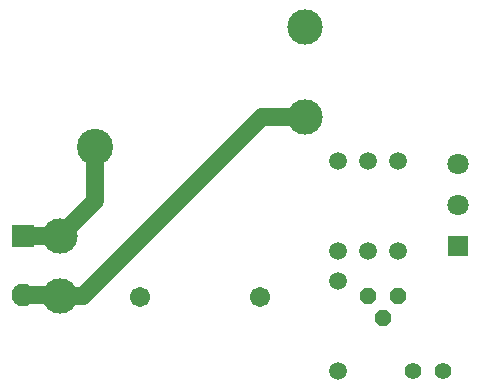
<source format=gbl>
G75*
G70*
%OFA0B0*%
%FSLAX24Y24*%
%IPPOS*%
%LPD*%
%AMOC8*
5,1,8,0,0,1.08239X$1,22.5*
%
%ADD10R,0.0768X0.0768*%
%ADD11C,0.0768*%
%ADD12OC8,0.0560*%
%ADD13C,0.0594*%
%ADD14C,0.0560*%
%ADD15R,0.0712X0.0712*%
%ADD16C,0.0712*%
%ADD17C,0.1181*%
%ADD18C,0.1210*%
%ADD19C,0.0673*%
%ADD20C,0.0600*%
D10*
X001732Y006232D03*
D11*
X001732Y004263D03*
D12*
X013232Y004232D03*
X013732Y003482D03*
X014232Y004232D03*
D13*
X014232Y005732D03*
X013232Y005732D03*
X012232Y005732D03*
X012232Y004732D03*
X012232Y001732D03*
X012232Y008732D03*
X013232Y008732D03*
X014232Y008732D03*
D14*
X014732Y001732D03*
X015732Y001732D03*
D15*
X016232Y005882D03*
D16*
X016232Y007260D03*
X016232Y008638D03*
D17*
X011126Y010189D03*
X011126Y013192D03*
X002982Y006232D03*
X002982Y004232D03*
D18*
X004133Y009189D03*
D19*
X005629Y004189D03*
X009629Y004189D03*
D20*
X004133Y007383D02*
X002982Y006232D01*
X001732Y006232D01*
X002982Y006232D02*
X003032Y006232D01*
X004133Y007383D02*
X004133Y009189D01*
X003732Y004232D02*
X009689Y010189D01*
X011126Y010189D01*
X003732Y004232D02*
X002982Y004232D01*
X002982Y004282D01*
X002963Y004263D01*
X001732Y004263D01*
M02*

</source>
